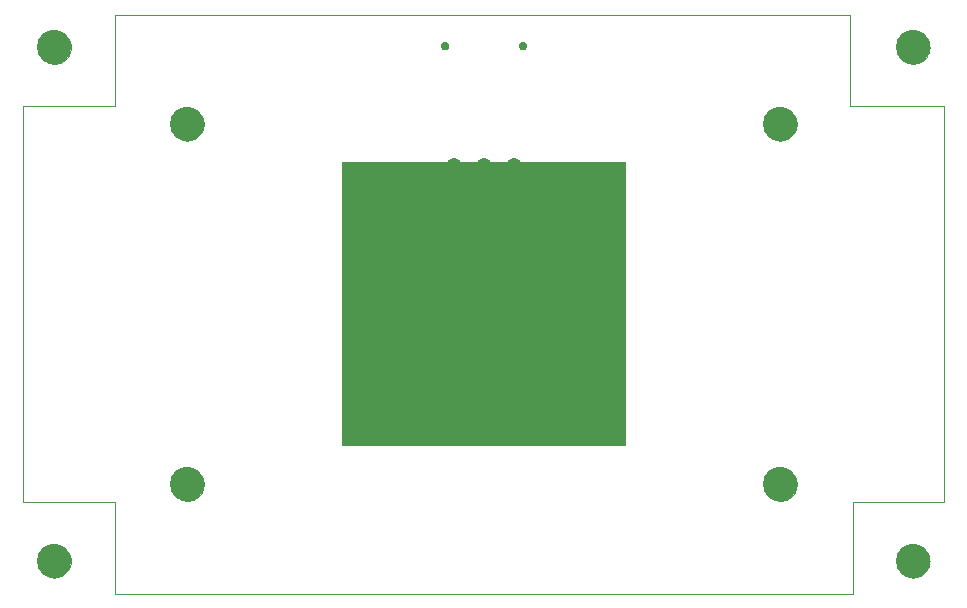
<source format=gts>
G75*
G70*
%OFA0B0*%
%FSLAX24Y24*%
%IPPOS*%
%LPD*%
%AMOC8*
5,1,8,0,0,1.08239X$1,22.5*
%
%ADD10C,0.0000*%
%ADD11C,0.1142*%
%ADD12R,0.9500X0.9500*%
%ADD13C,0.0520*%
%ADD14C,0.0276*%
D10*
X000780Y001331D02*
X000782Y001378D01*
X000788Y001424D01*
X000798Y001470D01*
X000811Y001515D01*
X000829Y001558D01*
X000850Y001600D01*
X000874Y001640D01*
X000902Y001677D01*
X000933Y001712D01*
X000967Y001745D01*
X001003Y001774D01*
X001042Y001800D01*
X001083Y001823D01*
X001126Y001842D01*
X001170Y001858D01*
X001215Y001870D01*
X001261Y001878D01*
X001308Y001882D01*
X001354Y001882D01*
X001401Y001878D01*
X001447Y001870D01*
X001492Y001858D01*
X001536Y001842D01*
X001579Y001823D01*
X001620Y001800D01*
X001659Y001774D01*
X001695Y001745D01*
X001729Y001712D01*
X001760Y001677D01*
X001788Y001640D01*
X001812Y001600D01*
X001833Y001558D01*
X001851Y001515D01*
X001864Y001470D01*
X001874Y001424D01*
X001880Y001378D01*
X001882Y001331D01*
X001880Y001284D01*
X001874Y001238D01*
X001864Y001192D01*
X001851Y001147D01*
X001833Y001104D01*
X001812Y001062D01*
X001788Y001022D01*
X001760Y000985D01*
X001729Y000950D01*
X001695Y000917D01*
X001659Y000888D01*
X001620Y000862D01*
X001579Y000839D01*
X001536Y000820D01*
X001492Y000804D01*
X001447Y000792D01*
X001401Y000784D01*
X001354Y000780D01*
X001308Y000780D01*
X001261Y000784D01*
X001215Y000792D01*
X001170Y000804D01*
X001126Y000820D01*
X001083Y000839D01*
X001042Y000862D01*
X001003Y000888D01*
X000967Y000917D01*
X000933Y000950D01*
X000902Y000985D01*
X000874Y001022D01*
X000850Y001062D01*
X000829Y001104D01*
X000811Y001147D01*
X000798Y001192D01*
X000788Y001238D01*
X000782Y001284D01*
X000780Y001331D01*
X003339Y000248D02*
X003339Y003300D01*
X000288Y003300D01*
X000288Y016489D01*
X003339Y016489D01*
X003339Y019540D01*
X027847Y019540D01*
X027847Y016489D01*
X030996Y016489D01*
X030996Y003300D01*
X027945Y003300D01*
X027945Y000248D01*
X003339Y000248D01*
X005209Y003890D02*
X005211Y003937D01*
X005217Y003983D01*
X005227Y004029D01*
X005240Y004074D01*
X005258Y004117D01*
X005279Y004159D01*
X005303Y004199D01*
X005331Y004236D01*
X005362Y004271D01*
X005396Y004304D01*
X005432Y004333D01*
X005471Y004359D01*
X005512Y004382D01*
X005555Y004401D01*
X005599Y004417D01*
X005644Y004429D01*
X005690Y004437D01*
X005737Y004441D01*
X005783Y004441D01*
X005830Y004437D01*
X005876Y004429D01*
X005921Y004417D01*
X005965Y004401D01*
X006008Y004382D01*
X006049Y004359D01*
X006088Y004333D01*
X006124Y004304D01*
X006158Y004271D01*
X006189Y004236D01*
X006217Y004199D01*
X006241Y004159D01*
X006262Y004117D01*
X006280Y004074D01*
X006293Y004029D01*
X006303Y003983D01*
X006309Y003937D01*
X006311Y003890D01*
X006309Y003843D01*
X006303Y003797D01*
X006293Y003751D01*
X006280Y003706D01*
X006262Y003663D01*
X006241Y003621D01*
X006217Y003581D01*
X006189Y003544D01*
X006158Y003509D01*
X006124Y003476D01*
X006088Y003447D01*
X006049Y003421D01*
X006008Y003398D01*
X005965Y003379D01*
X005921Y003363D01*
X005876Y003351D01*
X005830Y003343D01*
X005783Y003339D01*
X005737Y003339D01*
X005690Y003343D01*
X005644Y003351D01*
X005599Y003363D01*
X005555Y003379D01*
X005512Y003398D01*
X005471Y003421D01*
X005432Y003447D01*
X005396Y003476D01*
X005362Y003509D01*
X005331Y003544D01*
X005303Y003581D01*
X005279Y003621D01*
X005258Y003663D01*
X005240Y003706D01*
X005227Y003751D01*
X005217Y003797D01*
X005211Y003843D01*
X005209Y003890D01*
X005209Y015898D02*
X005211Y015945D01*
X005217Y015991D01*
X005227Y016037D01*
X005240Y016082D01*
X005258Y016125D01*
X005279Y016167D01*
X005303Y016207D01*
X005331Y016244D01*
X005362Y016279D01*
X005396Y016312D01*
X005432Y016341D01*
X005471Y016367D01*
X005512Y016390D01*
X005555Y016409D01*
X005599Y016425D01*
X005644Y016437D01*
X005690Y016445D01*
X005737Y016449D01*
X005783Y016449D01*
X005830Y016445D01*
X005876Y016437D01*
X005921Y016425D01*
X005965Y016409D01*
X006008Y016390D01*
X006049Y016367D01*
X006088Y016341D01*
X006124Y016312D01*
X006158Y016279D01*
X006189Y016244D01*
X006217Y016207D01*
X006241Y016167D01*
X006262Y016125D01*
X006280Y016082D01*
X006293Y016037D01*
X006303Y015991D01*
X006309Y015945D01*
X006311Y015898D01*
X006309Y015851D01*
X006303Y015805D01*
X006293Y015759D01*
X006280Y015714D01*
X006262Y015671D01*
X006241Y015629D01*
X006217Y015589D01*
X006189Y015552D01*
X006158Y015517D01*
X006124Y015484D01*
X006088Y015455D01*
X006049Y015429D01*
X006008Y015406D01*
X005965Y015387D01*
X005921Y015371D01*
X005876Y015359D01*
X005830Y015351D01*
X005783Y015347D01*
X005737Y015347D01*
X005690Y015351D01*
X005644Y015359D01*
X005599Y015371D01*
X005555Y015387D01*
X005512Y015406D01*
X005471Y015429D01*
X005432Y015455D01*
X005396Y015484D01*
X005362Y015517D01*
X005331Y015552D01*
X005303Y015589D01*
X005279Y015629D01*
X005258Y015671D01*
X005240Y015714D01*
X005227Y015759D01*
X005217Y015805D01*
X005211Y015851D01*
X005209Y015898D01*
X000780Y018457D02*
X000782Y018504D01*
X000788Y018550D01*
X000798Y018596D01*
X000811Y018641D01*
X000829Y018684D01*
X000850Y018726D01*
X000874Y018766D01*
X000902Y018803D01*
X000933Y018838D01*
X000967Y018871D01*
X001003Y018900D01*
X001042Y018926D01*
X001083Y018949D01*
X001126Y018968D01*
X001170Y018984D01*
X001215Y018996D01*
X001261Y019004D01*
X001308Y019008D01*
X001354Y019008D01*
X001401Y019004D01*
X001447Y018996D01*
X001492Y018984D01*
X001536Y018968D01*
X001579Y018949D01*
X001620Y018926D01*
X001659Y018900D01*
X001695Y018871D01*
X001729Y018838D01*
X001760Y018803D01*
X001788Y018766D01*
X001812Y018726D01*
X001833Y018684D01*
X001851Y018641D01*
X001864Y018596D01*
X001874Y018550D01*
X001880Y018504D01*
X001882Y018457D01*
X001880Y018410D01*
X001874Y018364D01*
X001864Y018318D01*
X001851Y018273D01*
X001833Y018230D01*
X001812Y018188D01*
X001788Y018148D01*
X001760Y018111D01*
X001729Y018076D01*
X001695Y018043D01*
X001659Y018014D01*
X001620Y017988D01*
X001579Y017965D01*
X001536Y017946D01*
X001492Y017930D01*
X001447Y017918D01*
X001401Y017910D01*
X001354Y017906D01*
X001308Y017906D01*
X001261Y017910D01*
X001215Y017918D01*
X001170Y017930D01*
X001126Y017946D01*
X001083Y017965D01*
X001042Y017988D01*
X001003Y018014D01*
X000967Y018043D01*
X000933Y018076D01*
X000902Y018111D01*
X000874Y018148D01*
X000850Y018188D01*
X000829Y018230D01*
X000811Y018273D01*
X000798Y018318D01*
X000788Y018364D01*
X000782Y018410D01*
X000780Y018457D01*
X014225Y018502D02*
X014227Y018523D01*
X014233Y018543D01*
X014242Y018563D01*
X014254Y018580D01*
X014269Y018594D01*
X014287Y018606D01*
X014307Y018614D01*
X014327Y018619D01*
X014348Y018620D01*
X014369Y018617D01*
X014389Y018611D01*
X014408Y018600D01*
X014425Y018587D01*
X014438Y018571D01*
X014449Y018553D01*
X014457Y018533D01*
X014461Y018513D01*
X014461Y018491D01*
X014457Y018471D01*
X014449Y018451D01*
X014438Y018433D01*
X014425Y018417D01*
X014408Y018404D01*
X014389Y018393D01*
X014369Y018387D01*
X014348Y018384D01*
X014327Y018385D01*
X014307Y018390D01*
X014287Y018398D01*
X014269Y018410D01*
X014254Y018424D01*
X014242Y018441D01*
X014233Y018461D01*
X014227Y018481D01*
X014225Y018502D01*
X016823Y018502D02*
X016825Y018523D01*
X016831Y018543D01*
X016840Y018563D01*
X016852Y018580D01*
X016867Y018594D01*
X016885Y018606D01*
X016905Y018614D01*
X016925Y018619D01*
X016946Y018620D01*
X016967Y018617D01*
X016987Y018611D01*
X017006Y018600D01*
X017023Y018587D01*
X017036Y018571D01*
X017047Y018553D01*
X017055Y018533D01*
X017059Y018513D01*
X017059Y018491D01*
X017055Y018471D01*
X017047Y018451D01*
X017036Y018433D01*
X017023Y018417D01*
X017006Y018404D01*
X016987Y018393D01*
X016967Y018387D01*
X016946Y018384D01*
X016925Y018385D01*
X016905Y018390D01*
X016885Y018398D01*
X016867Y018410D01*
X016852Y018424D01*
X016840Y018441D01*
X016831Y018461D01*
X016825Y018481D01*
X016823Y018502D01*
X024973Y015898D02*
X024975Y015945D01*
X024981Y015991D01*
X024991Y016037D01*
X025004Y016082D01*
X025022Y016125D01*
X025043Y016167D01*
X025067Y016207D01*
X025095Y016244D01*
X025126Y016279D01*
X025160Y016312D01*
X025196Y016341D01*
X025235Y016367D01*
X025276Y016390D01*
X025319Y016409D01*
X025363Y016425D01*
X025408Y016437D01*
X025454Y016445D01*
X025501Y016449D01*
X025547Y016449D01*
X025594Y016445D01*
X025640Y016437D01*
X025685Y016425D01*
X025729Y016409D01*
X025772Y016390D01*
X025813Y016367D01*
X025852Y016341D01*
X025888Y016312D01*
X025922Y016279D01*
X025953Y016244D01*
X025981Y016207D01*
X026005Y016167D01*
X026026Y016125D01*
X026044Y016082D01*
X026057Y016037D01*
X026067Y015991D01*
X026073Y015945D01*
X026075Y015898D01*
X026073Y015851D01*
X026067Y015805D01*
X026057Y015759D01*
X026044Y015714D01*
X026026Y015671D01*
X026005Y015629D01*
X025981Y015589D01*
X025953Y015552D01*
X025922Y015517D01*
X025888Y015484D01*
X025852Y015455D01*
X025813Y015429D01*
X025772Y015406D01*
X025729Y015387D01*
X025685Y015371D01*
X025640Y015359D01*
X025594Y015351D01*
X025547Y015347D01*
X025501Y015347D01*
X025454Y015351D01*
X025408Y015359D01*
X025363Y015371D01*
X025319Y015387D01*
X025276Y015406D01*
X025235Y015429D01*
X025196Y015455D01*
X025160Y015484D01*
X025126Y015517D01*
X025095Y015552D01*
X025067Y015589D01*
X025043Y015629D01*
X025022Y015671D01*
X025004Y015714D01*
X024991Y015759D01*
X024981Y015805D01*
X024975Y015851D01*
X024973Y015898D01*
X029402Y018457D02*
X029404Y018504D01*
X029410Y018550D01*
X029420Y018596D01*
X029433Y018641D01*
X029451Y018684D01*
X029472Y018726D01*
X029496Y018766D01*
X029524Y018803D01*
X029555Y018838D01*
X029589Y018871D01*
X029625Y018900D01*
X029664Y018926D01*
X029705Y018949D01*
X029748Y018968D01*
X029792Y018984D01*
X029837Y018996D01*
X029883Y019004D01*
X029930Y019008D01*
X029976Y019008D01*
X030023Y019004D01*
X030069Y018996D01*
X030114Y018984D01*
X030158Y018968D01*
X030201Y018949D01*
X030242Y018926D01*
X030281Y018900D01*
X030317Y018871D01*
X030351Y018838D01*
X030382Y018803D01*
X030410Y018766D01*
X030434Y018726D01*
X030455Y018684D01*
X030473Y018641D01*
X030486Y018596D01*
X030496Y018550D01*
X030502Y018504D01*
X030504Y018457D01*
X030502Y018410D01*
X030496Y018364D01*
X030486Y018318D01*
X030473Y018273D01*
X030455Y018230D01*
X030434Y018188D01*
X030410Y018148D01*
X030382Y018111D01*
X030351Y018076D01*
X030317Y018043D01*
X030281Y018014D01*
X030242Y017988D01*
X030201Y017965D01*
X030158Y017946D01*
X030114Y017930D01*
X030069Y017918D01*
X030023Y017910D01*
X029976Y017906D01*
X029930Y017906D01*
X029883Y017910D01*
X029837Y017918D01*
X029792Y017930D01*
X029748Y017946D01*
X029705Y017965D01*
X029664Y017988D01*
X029625Y018014D01*
X029589Y018043D01*
X029555Y018076D01*
X029524Y018111D01*
X029496Y018148D01*
X029472Y018188D01*
X029451Y018230D01*
X029433Y018273D01*
X029420Y018318D01*
X029410Y018364D01*
X029404Y018410D01*
X029402Y018457D01*
X024973Y003890D02*
X024975Y003937D01*
X024981Y003983D01*
X024991Y004029D01*
X025004Y004074D01*
X025022Y004117D01*
X025043Y004159D01*
X025067Y004199D01*
X025095Y004236D01*
X025126Y004271D01*
X025160Y004304D01*
X025196Y004333D01*
X025235Y004359D01*
X025276Y004382D01*
X025319Y004401D01*
X025363Y004417D01*
X025408Y004429D01*
X025454Y004437D01*
X025501Y004441D01*
X025547Y004441D01*
X025594Y004437D01*
X025640Y004429D01*
X025685Y004417D01*
X025729Y004401D01*
X025772Y004382D01*
X025813Y004359D01*
X025852Y004333D01*
X025888Y004304D01*
X025922Y004271D01*
X025953Y004236D01*
X025981Y004199D01*
X026005Y004159D01*
X026026Y004117D01*
X026044Y004074D01*
X026057Y004029D01*
X026067Y003983D01*
X026073Y003937D01*
X026075Y003890D01*
X026073Y003843D01*
X026067Y003797D01*
X026057Y003751D01*
X026044Y003706D01*
X026026Y003663D01*
X026005Y003621D01*
X025981Y003581D01*
X025953Y003544D01*
X025922Y003509D01*
X025888Y003476D01*
X025852Y003447D01*
X025813Y003421D01*
X025772Y003398D01*
X025729Y003379D01*
X025685Y003363D01*
X025640Y003351D01*
X025594Y003343D01*
X025547Y003339D01*
X025501Y003339D01*
X025454Y003343D01*
X025408Y003351D01*
X025363Y003363D01*
X025319Y003379D01*
X025276Y003398D01*
X025235Y003421D01*
X025196Y003447D01*
X025160Y003476D01*
X025126Y003509D01*
X025095Y003544D01*
X025067Y003581D01*
X025043Y003621D01*
X025022Y003663D01*
X025004Y003706D01*
X024991Y003751D01*
X024981Y003797D01*
X024975Y003843D01*
X024973Y003890D01*
X029402Y001331D02*
X029404Y001378D01*
X029410Y001424D01*
X029420Y001470D01*
X029433Y001515D01*
X029451Y001558D01*
X029472Y001600D01*
X029496Y001640D01*
X029524Y001677D01*
X029555Y001712D01*
X029589Y001745D01*
X029625Y001774D01*
X029664Y001800D01*
X029705Y001823D01*
X029748Y001842D01*
X029792Y001858D01*
X029837Y001870D01*
X029883Y001878D01*
X029930Y001882D01*
X029976Y001882D01*
X030023Y001878D01*
X030069Y001870D01*
X030114Y001858D01*
X030158Y001842D01*
X030201Y001823D01*
X030242Y001800D01*
X030281Y001774D01*
X030317Y001745D01*
X030351Y001712D01*
X030382Y001677D01*
X030410Y001640D01*
X030434Y001600D01*
X030455Y001558D01*
X030473Y001515D01*
X030486Y001470D01*
X030496Y001424D01*
X030502Y001378D01*
X030504Y001331D01*
X030502Y001284D01*
X030496Y001238D01*
X030486Y001192D01*
X030473Y001147D01*
X030455Y001104D01*
X030434Y001062D01*
X030410Y001022D01*
X030382Y000985D01*
X030351Y000950D01*
X030317Y000917D01*
X030281Y000888D01*
X030242Y000862D01*
X030201Y000839D01*
X030158Y000820D01*
X030114Y000804D01*
X030069Y000792D01*
X030023Y000784D01*
X029976Y000780D01*
X029930Y000780D01*
X029883Y000784D01*
X029837Y000792D01*
X029792Y000804D01*
X029748Y000820D01*
X029705Y000839D01*
X029664Y000862D01*
X029625Y000888D01*
X029589Y000917D01*
X029555Y000950D01*
X029524Y000985D01*
X029496Y001022D01*
X029472Y001062D01*
X029451Y001104D01*
X029433Y001147D01*
X029420Y001192D01*
X029410Y001238D01*
X029404Y001284D01*
X029402Y001331D01*
D11*
X001331Y001331D03*
X005760Y003890D03*
X005760Y015898D03*
X001331Y018457D03*
X025524Y015898D03*
X029953Y018457D03*
X025524Y003890D03*
X029953Y001331D03*
D12*
X015642Y009894D03*
D13*
X015642Y014029D02*
X015642Y014509D01*
X014642Y014509D02*
X014642Y014029D01*
X016642Y014029D02*
X016642Y014509D01*
D14*
X016941Y018502D03*
X014343Y018502D03*
M02*

</source>
